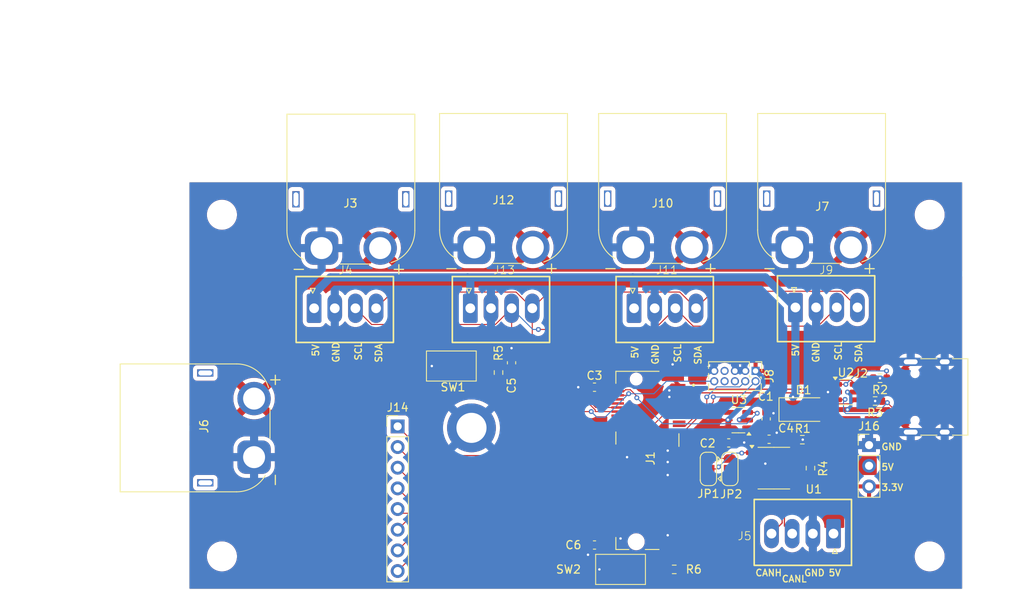
<source format=kicad_pcb>
(kicad_pcb (version 20240108) (generator "pcbnew") (generator_version "8.0")
  (title_block (rev "1"))
  (layers (0 "F.Cu" signal "Front") (31 "B.Cu" signal "Back") (34 "B.Paste" user) (35 "F.Paste" user) (36 "B.SilkS" user "B.Silkscreen") (37 "F.SilkS" user "F.Silkscreen") (38 "B.Mask" user) (39 "F.Mask" user) (44 "Edge.Cuts" user))
  (net 0 "")
  (net 1 "GND")
  (net 2 "+3.3V")
  (net 3 "/Connectors/VUSB")
  (net 7 "/Logic/CAN_RX")
  (net 8 "/Logic/~{BOOT}")
  (net 13 "/Logic/I2C.SCL")
  (net 15 "/Logic/SWCLK")
  (net 22 "/Logic/SWDIO")
  (net 26 "/Logic/EN")
  (net 40 "/Logic/I2C1.SDA")
  (net 44 "/Logic/~{RESET}")
  (net 47 "/Logic/CAN_TX")
  (net 48 "/Logic/I2C1.SCL")
  (net 49 "/Logic/I2C.SDA")
  (net 53 "/Connectors/USB0.D-")
  (net 55 "/Connectors/USB0.D+")
  (net 56 "/Connectors/CC2")
  (net 57 "/Connectors/CC1")
  (net 61 "/Logic/CAN_T")
  (net 62 "/Logic/CAN_R")
  (net 63 "Net-(U1-Rs)")
  (net 65 "+5V")
  (net 66 "+BATT")
  (net 68 "/Connectors/A0")
  (net 69 "/Connectors/SPI1.DATA2")
  (net 70 "/Connectors/A1")
  (net 71 "/Connectors/SPI1.SCK")
  (net 72 "/Connectors/SPI1.DATA3")
  (net 73 "/Connectors/SPI1.COPI")
  (net 74 "/Connectors/SPI1.DATA1")
  (net 75 "/Connectors/SPI1.CIPO")
  (net 76 "/Connectors/CAN.P")
  (net 77 "/Connectors/CAN.N")
  (footprint "SJSU_common:Pluggable_Terminal_2.54mm_4P_Vertical" (layer "F.Cu") (at 200.45 75.65)
    (property "Reference" "J11")
    (property "Value" "MOTOR_I2C")
  )
  (footprint "Capacitor_SMD:C_0603_1608Metric_Pad1.08x0.95mm_HandSolder" (layer "F.Cu") (at 181.6 86.2 90)
    (property "Reference" "C5")
    (property "Value" "2.2pF")
  )
  (footprint "Diode_SMD:Vishay_SMPA" (layer "F.Cu") (at 217.5 91.95)
    (property "Reference" "D1")
    (property "Value" "D")
  )
  (footprint "Button_Switch_SMD:SW_SPST_CK_RS282G05A3" (layer "F.Cu") (at 195 111.6)
    (property "Reference" "SW2")
    (property "Value" "SW_Push")
  )
  (footprint "MountingHole:MountingHole_3.2mm_M3" (layer "F.Cu") (at 146 110)
    (property "Reference" "H2" (hide yes))
    (property "Value" "MountingHole")
  )
  (footprint "Capacitor_SMD:C_0603_1608Metric_Pad1.08x0.95mm_HandSolder" (layer "F.Cu") (at 191.8 89.2)
    (property "Reference" "C3")
    (property "Value" "2.2pF")
  )
  (footprint "SJSU_common:Pluggable_Terminal_2.54mm_4P_Vertical" (layer "F.Cu") (at 220.29 75.55)
    (property "Reference" "J9")
    (property "Value" "MOTOR_I2C")
  )
  (footprint "Resistor_SMD:R_0603_1608Metric" (layer "F.Cu") (at 226.9 88.1 180)
    (property "Reference" "R2")
    (property "Value" "5.1k")
  )
  (footprint "Connector_AMASS:AMASS_XT60PW-M_1x02_P7.20mm_Horizontal" (layer "F.Cu") (at 158.25 72.1)
    (property "Reference" "J3")
    (property "Value" "MOTOR_POWER")
  )
  (footprint "Jumper:SolderJumper-3_P1.3mm_Open_RoundedPad1.0x1.5mm" (layer "F.Cu") (at 205.8 99.25 90)
    (property "Reference" "JP1")
    (property "Value" "SolderJumper_3_Open")
  )
  (footprint "SJSU_common:micromod" (layer "F.Cu") (at 188.675 98.2 90)
    (property "Reference" "J1")
    (property "Value" "MicroMod" (hide yes))
  )
  (footprint "SJSU_common:Pluggable_Terminal_2.54mm_4P_Vertical" (layer "F.Cu") (at 217.39 111.05 180)
    (property "Reference" "J5")
    (property "Value" "CAN")
  )
  (footprint "Package_TO_SOT_SMD:SOT-23-6" (layer "F.Cu") (at 222.7 89.8)
    (property "Reference" "U2")
    (property "Value" "DT1446-04TS-7")
  )
  (footprint "Capacitor_SMD:C_0603_1608Metric_Pad1.08x0.95mm_HandSolder" (layer "F.Cu") (at 208.3 96.05)
    (property "Reference" "C2")
    (property "Value" "2.2pF")
  )
  (footprint "Capacitor_SMD:C_0603_1608Metric_Pad1.08x0.95mm_HandSolder" (layer "F.Cu") (at 213.2625 95.6 180)
    (property "Reference" "C4")
    (property "Value" "2.2pF")
  )
  (footprint "Resistor_SMD:R_0603_1608Metric" (layer "F.Cu") (at 218.35 99.15 -90)
    (property "Reference" "R4")
    (property "Value" "120Ω")
  )
  (footprint "Connector_AMASS:AMASS_XT60PW-M_1x02_P7.20mm_Horizontal" (layer "F.Cu") (at 216.115 72.015)
    (property "Reference" "J7")
    (property "Value" "MOTOR_POWER")
  )
  (footprint "Jumper:SolderJumper-3_P1.3mm_Open_RoundedPad1.0x1.5mm" (layer "F.Cu") (at 208.4425 99.25 -90)
    (property "Reference" "JP2")
    (property "Value" "SolderJumper_3_Open")
  )
  (footprint "Resistor_SMD:R_0603_1608Metric" (layer "F.Cu") (at 217.35 95.65)
    (property "Reference" "R1")
    (property "Value" "TBD")
  )
  (footprint "Connector_AMASS:AMASS_XT60PW-M_1x02_P7.20mm_Horizontal" (layer "F.Cu") (at 177.015 72.015)
    (property "Reference" "J12")
    (property "Value" "MOTOR_POWER")
  )
  (footprint "Connector_PinHeader_2.54mm:PinHeader_1x03_P2.54mm_Vertical" (layer "F.Cu") (at 225.55 96.32)
    (property "Reference" "J16")
    (property "Value" "Conn_01x03")
  )
  (footprint "Connector_USB:USB_C_Receptacle_HRO_TYPE-C-31-M-12" (layer "F.Cu") (at 233.8 90.4 90)
    (property "Reference" "J2")
    (property "Value" "PROG")
  )
  (footprint "Resistor_SMD:R_0603_1608Metric" (layer "F.Cu") (at 180 87.4 90)
    (property "Reference" "R5")
    (property "Value" "10k")
  )
  (footprint "Package_TO_SOT_SMD:SOT-23-5" (layer "F.Cu") (at 209.4875 93.25 180)
    (property "Reference" "U3")
    (property "Value" "MIC5504-3.3YM5")
  )
  (footprint "MountingHole:MountingHole_3.2mm_M3" (layer "F.Cu") (at 233 68)
    (property "Reference" "H3" (hide yes))
    (property "Value" "MountingHole")
  )
  (footprint "SJSU_common:Pluggable_Terminal_2.54mm_4P_Vertical" (layer "F.Cu") (at 161.12 75.65)
    (property "Reference" "J4")
    (property "Value" "MOTOR_I2C")
  )
  (footprint "SJSU_common:Pluggable_Terminal_2.54mm_4P_Vertical" (layer "F.Cu") (at 180.32 75.65)
    (property "Reference" "J13")
    (property "Value" "MOTOR_I2C")
  )
  (footprint "Package_SO:SOIC-8_3.9x4.9mm_P1.27mm" (layer "F.Cu") (at 213.85 99.15)
    (property "Reference" "U1")
    (property "Value" "SN65HVD230")
  )
  (footprint "Connector_PinHeader_1.27mm:PinHeader_2x05_P1.27mm_Vertical" (layer "F.Cu") (at 211.6 87.2 -90)
    (property "Reference" "J8")
    (property "Value" "JTAG")
  )
  (footprint "Button_Switch_SMD:SW_SPST_CK_RS282G05A3" (layer "F.Cu") (at 174.2 86.6)
    (property "Reference" "SW1")
    (property "Value" "SW_Push")
  )
  (footprint "Connector_PinHeader_2.54mm:PinHeader_1x08_P2.54mm_Vertical" (layer "F.Cu") (at 167.6 94.02)
    (property "Reference" "J14")
    (property "Value" "Conn_01x08")
  )
  (footprint "Resistor_SMD:R_0603_1608Metric" (layer "F.Cu") (at 201.6 111.6 180)
    (property "Reference" "R6")
    (property "Value" "10k")
  )
  (footprint "MountingHole:MountingHole_3.2mm_M3" (layer "F.Cu") (at 233 110)
    (property "Reference" "H4" (hide yes))
    (property "Value" "MountingHole")
  )
  (footprint "Connector_AMASS:AMASS_XT60PW-M_1x02_P7.20mm_Horizontal" (layer "F.Cu") (at 196.565 72.015)
    (property "Reference" "J10")
    (property "Value" "MOTOR_POWER")
  )
  (footprint "Capacitor_SMD:C_0603_1608Metric_Pad1.08x0.95mm_HandSolder" (layer "F.Cu") (at 191.8 108.6 180)
    (property "Reference" "C6")
    (property "Value" "2.2pF")
  )
  (footprint "Connector_AMASS:AMASS_XT60PW-M_1x02_P7.20mm_Horizontal" (layer "F.Cu") (at 149.95 97.8 90)
    (property "Reference" "J6")
    (property "Value" "POWER_IN")
  )
  (footprint "Capacitor_SMD:C_0603_1608Metric_Pad1.08x0.95mm_HandSolder" (layer "F.Cu") (at 212.9 93.1 90)
    (property "Reference" "C1")
    (property "Value" "2.2pF")
  )
  (footprint "Resistor_SMD:R_0603_1608Metric" (layer "F.Cu") (at 226.3 90.9 180)
    (property "Reference" "R3")
    (property "Value" "5.1k")
  )
  (footprint "MountingHole:MountingHole_3.2mm_M3" (layer "F.Cu") (at 146 68)
    (property "Reference" "H1" (hide yes))
    (property "Value" "MountingHole")
  )
  (gr_rect (start 142 64) (end 237 114) (stroke (width 0.0381)) (fill none) (layer "Edge.Cuts"))
  (gr_text "GND" (at 227 97 0) (layer "F.SilkS") (effects (font (size 0.8128 0.8128) (thickness 0.1524) (bold yes)) (justify left bottom)))
  (gr_text "5V\n" (at 227 99.5 0) (layer "F.SilkS") (effects (font (size 0.8128 0.8128) (thickness 0.1524) (bold yes)) (justify left bottom)))
  (gr_text "GND" (at 199.75 86.5 90) (layer "F.SilkS") (effects (font (size 0.8128 0.8128) (thickness 0.1524) (bold yes)) (justify left bottom)))
  (gr_text "5V\n" (at 217 85.5 90) (layer "F.SilkS") (effects (font (size 0.8128 0.8128) (thickness 0.1524) (bold yes)) (justify left bottom)))
  (gr_text "SCL" (at 163.25 86 90) (layer "F.SilkS") (effects (font (size 0.8128 0.8128) (thickness 0.1524) (bold yes)) (justify left bottom)))
  (gr_text "SDA" (at 205 86.5 90) (layer "F.SilkS") (effects (font (size 0.8128 0.8128) (thickness 0.1524) (bold yes)) (justify left bottom)))
  (gr_text "SDA" (at 224.75 86.25 90) (layer "F.SilkS") (effects (font (size 0.8128 0.8128) (thickness 0.1524) (bold yes)) (justify left bottom)))
  (gr_text "5V\n" (at 158 85.5 90) (layer "F.SilkS") (effects (font (size 0.8128 0.8128) (thickness 0.1524) (bold yes)) (justify left bottom)))
  (gr_text "3.3V" (at 227 102 0) (layer "F.SilkS") (effects (font (size 0.8128 0.8128) (thickness 0.1524) (bold yes)) (justify left bottom)))
  (gr_text "5V" (at 220.5 112.5 0) (layer "F.SilkS") (effects (font (size 0.8128 0.8128) (thickness 0.1524) (bold yes)) (justify left bottom)))
  (gr_text "SCL" (at 222.25 86 90) (layer "F.SilkS") (effects (font (size 0.8128 0.8128) (thickness 0.1524) (bold yes)) (justify left bottom)))
  (gr_text "GND" (at 217.5 112.5 0) (layer "F.SilkS") (effects (font (size 0.8128 0.8128) (thickness 0.1524) (bold yes)) (justify left bottom)))
  (gr_text "GND" (at 160.5 86.25 90) (layer "F.SilkS") (effects (font (size 0.8128 0.8128) (thickness 0.1524) (bold yes)) (justify left bottom)))
  (gr_text "SDA" (at 165.75 86.25 90) (layer "F.SilkS") (effects (font (size 0.8128 0.8128) (thickness 0.1524) (bold yes)) (justify left bottom)))
  (gr_text "GND" (at 219.5 86.25 90) (layer "F.SilkS") (effects (font (size 0.8128 0.8128) (thickness 0.1524) (bold yes)) (justify left bottom)))
  (gr_text "CANH" (at 211.5 112.5 0) (layer "F.SilkS") (effects (font (size 0.8128 0.8128) (thickness 0.1524) (bold yes)) (justify left bottom)))
  (gr_text "CANL" (at 214.75 113.25 0) (layer "F.SilkS") (effects (font (size 0.8128 0.8128) (thickness 0.1524) (bold yes)) (justify left bottom)))
  (gr_text "5V\n" (at 197.25 85.75 90) (layer "F.SilkS") (effects (font (size 0.8128 0.8128) (thickness 0.1524) (bold yes)) (justify left bottom)))
  (gr_text "SCL" (at 202.5 86.25 90) (layer "F.SilkS") (effects (font (size 0.8128 0.8128) (thickness 0.1524) (bold yes)) (justify left bottom)))
  (segment (start 200.85 99.95) (end 200.8 100) (width 0.4) (layer "F.Cu") (net 1))
  (segment (start 202.2 107.775) (end 202.2 107.527) (width 0.6) (layer "F.Cu") (net 1))
  (segment (start 200.85 98.45) (end 200.8 98.4) (width 0.4) (layer "F.Cu") (net 1))
  (segment (start 201.4 86.4) (end 201.4 87.825) (width 0.4) (layer "F.Cu") (net 1))
  (segment (start 218.02 95.55) (end 218.325 95.55) (width 0.127) (layer "F.Cu") (net 1))
  (segment (start 214.125 94.875) (end 214.2 94.8) (width 0.6) (layer "F.Cu") (net 1))
  (segment (start 200.85 96.95) (end 200.8 97) (width 0.4) (layer "F.Cu") (net 1))
  (segment (start 229.755 86.995) (end 230.67 86.08) (width 0.6) (layer "F.Cu") (net 1))
  (segment (start 229.755 93.65) (end 229.755 93.805) (width 0.6) (layer "F.Cu") (net 1))
  (segment (start 202.2 90.45) (end 201.05 90.45) (width 0.4) (layer "F.Cu") (net 1))
  (segment (start 212.715 98.515) (end 212.8 98.6) (width 0.6) (layer "F.Cu") (net 1))
  (segment (start 226.075 88.1) (end 226.898 88.1) (width 0.127) (layer "F.Cu") (net 1))
  (segment (start 213.6375 92.2375) (end 213.8 92.4) (width 0.6) (layer "F.Cu") (net 1))
  (segment (start 181.6 85.3375) (end 181.6 84.4) (width 0.127) (layer "F.Cu") (net 1))
  (segment (start 212.9 92.2375) (end 213.6375 92.2375) (width 0.6) (layer "F.Cu") (net 1))
  (segment (start 201.425 87.85) (end 201.425 88.175) (width 0.4) (layer "F.Cu") (net 1))
  (segment (start 225.475 90.9) (end 226.298 90.9) (width 0.127) (layer "F.Cu") (net 1))
  (segment (start 201.4 87.825) (end 201.425 87.85) (width 0.4) (layer "F.Cu") (net 1))
  (segment (start 201.425 108.55) (end 201.425 108.025) (width 0.6) (layer "F.Cu") (net 1))
  (segment (start 191.1 111.6) (end 192.4 111.6) (width 0.127) (layer "F.Cu") (net 1))
  (segment (start 209.65 93.25) (end 209.6 93.2) (width 0.6) (layer "F.Cu") (net 1))
  (segment (start 194.65 97.7) (end 195.7 97.7) (width 0.4) (layer "F.Cu") (net 1))
  (segment (start 210.625 93.25) (end 209.65 93.25) (width 0.6) (layer "F.Cu") (net 1))
  (segment (start 200.998485 89.276623) (end 200.998485 89.600065) (width 0.4) (layer "F.Cu") (net 1))
  (segment (start 214.125 95.6) (end 214.125 94.875) (width 0.6) (layer "F.Cu") (net 1))
  (segment (start 201.425 108.025) (end 200.8 107.4) (width 0.6) (layer "F.Cu") (net 1))
  (segment (start 170.3 86.6) (end 171.8 86.6) (width 0.127) (layer "F.Cu") (net 1))
  (segment (start 229.755 87.15) (end 229.755 86.995) (width 0.6) (layer "F.Cu") (net 1))
  (segment (start 229.755 93.805) (end 230.67 94.72) (width 0.6) (layer "F.Cu") (net 1))
  (segment (start 190.9375 108.6) (end 190.9375 109.7375) (width 0.127) (layer "F.Cu") (net 1))
  (segment (start 190.9375 109.7375) (end 191 109.8) (width 0.127) (layer "F.Cu") (net 1))
  (segment (start 202.2 88.95) (end 201.325108 88.95) (width 0.4) (layer "F.Cu") (net 1))
  (segment (start 190.9375 89.2) (end 189.8 89.2) (width 1) (layer "F.Cu") (net 1))
  (segment (start 201.05 90.45) (end 201 90.4) (width 0.4) (layer "F.Cu") (net 1))
  (segment (start 201.425 88.175) (end 202.2 88.95) (width 0.4) (layer "F.Cu") (net 1))
  (segment (start 202.2 99.95) (end 200.85 99.95) (width 0.4) (layer "F.Cu") (net 1))
  (segment (start 209.1625 96.05) (end 210.15 96.05) (width 0.6) (layer "F.Cu") (net 1))
  (segment (start 195.7 97.7) (end 195.8 97.8) (width 0.4) (layer "F.Cu") (net 1))
  (segment (start 202.2 96.95) (end 200.85 96.95) (width 0.4) (layer "F.Cu") (net 1))
  (segment (start 218.175 95.65) (end 217.4 95.65) (width 0.6) (layer "F.Cu") (net 1))
  (segment (start 202.2 98.45) (end 200.85 98.45) (width 0.4) (layer "F.Cu") (net 1))
  (segment (start 201.325108 88.95) (end 200.998485 89.276623) (width 0.4) (layer "F.Cu") (net 1))
  (segment (start 194.65 107.2) (end 194.65 107.45) (width 0.4) (layer "F.Cu") (net 1))
  (segment (start 194.65 107.45) (end 195 107.8) (width 0.4) (layer "F.Cu") (net 1))
  (segment (start 221.5625 89.8) (end 220.5 89.8) (width 0.4) (layer "F.Cu") (net 1))
  (segment (start 211.375 98.515) (end 212.715 98.515) (width 0.6) (layer "F.Cu") (net 1))
  (segment (start 201.425 108.55) (end 202.2 107.775) (width 0.6) (layer "F.Cu") (net 1))
  (segment (start 210.15 96.05) (end 210.2 96) (width 0.6) (layer "F.Cu") (net 1))
  (via (at 220.5 89.8) (size 0.6) (drill 0.3) (layers "F.Cu" "B.Cu") (net 1))
  (via (at 209.6 93.2) (size 0.6) (drill 0.3) (layers "F.Cu" "B.Cu") (net 1))
  (via (at 213.8 92.4) (size 0.6) (drill 0.3) (layers "F.Cu" "B.Cu") (net 1))
  (via (at 195.8 97.8) (size 0.6) (drill 0.3) (layers "F.Cu" "B.Cu") (net 1))
  (via (at 171.8 86.6) (size 0.6) (drill 0.3) (layers "F.Cu" "B.Cu") (net 1))
  (via (at 200.8 100) (size 0.6) (drill 0.3) (layers "F.Cu" "B.Cu") (net 1))
  (via (at 181.6 84.4) (size 0.6) (drill 0.3) (layers "F.Cu" "B.Cu") (net 1))
  (via (at 191 109.8) (size 0.6) (drill 0.3) (layers "F.Cu" "B.Cu") (net 1))
  (via (at 189.8 89.2) (size 0.6) (drill 0.3) (layers "F.Cu" "B.Cu") (net 1))
  (via (at 201.4 86.4) (size 0.6) (drill 0.3) (layers "F.Cu" "B.Cu") (net 1))
  (via (at 210.2 96) (size 0.6) (drill 0.3) (layers "F.Cu" "B.Cu") (net 1))
  (via (at 226.898 88.1) (size 0.6) (drill 0.3) (layers "F.Cu" "B.Cu") (net 1))
  (via (at 226.298 90.9) (size 0.6) (drill 0.3) (layers "F.Cu" "B.Cu") (net 1))
  (via (at 200.8 107.4) (size 0.6) (drill 0.3) (layers "F.Cu" "B.Cu") (net 1))
  (via (at 200.8 97) (size 0.6) (drill 0.3) (layers "F.Cu" "B.Cu") (net 1))
  (via (at 192.4 111.6) (size 0.6) (drill 0.3) (layers "F.Cu" "B.Cu") (net 1))
  (via (at 200.998485 89.600065) (size 0.6) (drill 0.3) (layers "F.Cu" "B.Cu") (net 1))
  (via (at 214.2 94.8) (size 0.6) (drill 0.3) (layers "F.Cu" "B.Cu") (net 1))
  (via (at 195 107.8) (size 0.6) (drill 0.3) (layers "F.Cu" "B.Cu") (net 1))
  (via (at 217.4 95.65) (size 0.6) (drill 0.3) (layers "F.Cu" "B.Cu") (net 1))
  (via (at 201 90.4) (size 0.6) (drill 0.3) (layers "F.Cu" "B.Cu") (net 1))
  (via (at 212.8 98.6) (size 0.6) (drill 0.3) (layers "F.Cu" "B.Cu") (net 1))
  (via (at 200.8 98.4) (size 0.6) (drill 0.3) (layers "F.Cu" "B.Cu") (net 1))
  (segment (start 208.35 94.2) (end 208.35 95.1375) (width 0.6) (layer "F.Cu") (net 2))
  (segment (start 208.35 95.1375) (end 207.4375 96.05) (width 0.6) (layer "F.Cu") (net 2))
  (segment (start 208.35 94.2) (end 209.012499 94.2) (width 0.6) (layer "F.Cu") (net 2))
  (segment (start 211.375 99.785) (end 212.643134 99.785) (width 0.6) (layer "F.Cu") (net 2))
  (segment (start 208.2 93.2) (end 208.2 94.05) (width 0.6) (layer "F.Cu") (net 2))
  (segment (start 208.2 94.05) (end 208.35 94.2) (width 0.6) (layer "F.Cu") (net 2))
  (segment (start 213.527 98.901134) (end 213.527 96.727) (width 0.6) (layer "F.Cu") (net 2))
  (segment (start 213.527 96.727) (end 212.4 95.6) (width 0.6) (layer "F.Cu") (net 2))
  (segment (start 212.073 95.273) (end 212.4 95.6) (width 0.6) (layer "F.Cu") (net 2))
  (segment (start 210.085499 95.273) (end 212.073 95.273) (width 0.6) (layer "F.Cu") (net 2))
  (segment (start 194.65 89.2) (end 192.6625 89.2) (width 0.4) (layer "F.Cu") (net 2))
  (segment (start 209.012499 94.2) (end 210.085499 95.273) (width 0.6) (layer "F.Cu") (net 2))
  (segment (start 212.643134 99.785) (end 213.527 98.901134) (width 0.6) (layer "F.Cu") (net 2))
  (via (at 208.2 93.2) (size 0.6) (drill 0.3) (layers "F.Cu" "B.Cu") (net 2))
  (segment (start 212.527 88.086024) (end 211.640976 87.2) (width 0.6) (layer "B.Cu") (net 2))
  (segment (start 211.640976 87.2) (end 211.6 87.2) (width 0.6) (layer "B.Cu") (net 2))
  (segment (start 212.527 88.873) (end 212.527 88.086024) (width 0.6) (layer "B.Cu") (net 2))
  (segment (start 208.2 93.2) (end 212.527 88.873) (width 0.6) (layer "B.Cu") (net 2))
  (segment (start 232.631016 92.968984) (end 232.177032 92.515) (width 0.4) (layer "F.Cu") (net 3))
  (segment (start 230.543984 92.85) (end 229.755 92.85) (width 0.4) (layer "F.Cu") (net 3))
  (segment (start 232.997712 88.585665) (end 233.4 88.987953) (width 0.4) (layer "F.Cu") (net 3))
  (segment (start 232.177032 92.515) (end 230.878984 92.515) (width 0.4) (layer "F.Cu") (net 3))
  (segment (start 233.4 88.987953) (end 233.4 92.2) (width 0.4) (layer "F.Cu") (net 3))
  (segment (start 231.179649 88.585665) (end 232.997712 88.585665) (width 0.4) (layer "F.Cu") (net 3))
  (segment (start 229.755 87.95) (end 230.543984 87.95) (width 0.4) (layer "F.Cu") (net 3))
  (segment (start 222.9 91.95) (end 219.51 91.95) (width 0.6) (layer "F.Cu") (net 3))
  (segment (start 227.95 91.95) (end 222.9 91.95) (width 0.6) (layer "F.Cu") (net 3))
  (segment (start 233.4 92.2) (end 232.631016 92.968984) (width 0.4) (layer "F.Cu") (net 3))
  (segment (start 223.8375 89.8) (end 222.9 89.8) (width 0.4) (layer "F.Cu") (net 3))
  (segment (start 229.755 92.85) (end 228.85 92.85) (width 0.6) (layer "F.Cu") (net 3))
  (segment (start 230.543984 87.95) (end 231.179649 88.585665) (width 0.4) (layer "F.Cu") (net 3))
  (segment (start 230.878984 92.515) (end 230.543984 92.85) (width 0.4) (layer "F.Cu") (net 3))
  (segment (start 228.85 92.85) (end 227.95 91.95) (width 0.6) (layer "F.Cu") (net 3))
  (via (at 222.9 89.8) (size 0.6) (drill 0.3) (layers "F.Cu" "B.Cu") (net 3))
  (via (at 222.9 91.95) (size 0.6) (drill 0.3) (layers "F.Cu" "B.Cu") (net 3))
  (segment (start 223.3 90.2) (end 223.3 91.55) (width 0.4) (layer "B.Cu") (net 3))
  (segment (start 222.9 89.8) (end 223.3 90.2) (width 0.4) (layer "B.Cu") (net 3))
  (segment (start 223.3 91.55) (end 222.9 91.95) (width 0.4) (layer "B.Cu") (net 3))
  (segment (start 205.469 97.95) (end 208.4425 97.95) (width 0.127) (layer "F.Cu") (net 7))
  (segment (start 204.469 98.95) (end 205.469 97.95) (width 0.127) (layer "F.Cu") (net 7))
  (segment (start 202.2 98.95) (end 204.469 98.95) (width 0.127) (layer "F.Cu") (net 7))
  (segment (start 198.9 93.975001) (end 201.425001 91.45) (width 0.127) (layer "F.Cu") (net 8))
  (segment (start 198.9 111.6) (end 198.9 93.975001) (width 0.127) (layer "F.Cu") (net 8))
  (segment (start 195.6625 111.6) (end 198.9 111.6) (width 0.127) (layer "F.Cu") (net 8))
  (segment (start 192.6625 108.6) (end 195.6625 111.6) (width 0.127) (layer "F.Cu") (net 8))
  (segment (start 198.9 111.6) (end 200.775 111.6) (width 0.127) (layer "F.Cu") (net 8))
  (segment (start 201.425001 91.45) (end 202.2 91.45) (width 0.127) (layer "F.Cu") (net 8))
  (segment (start 191.8905 91.996828) (end 191.007658 91.113986) (width 0.127) (layer "F.Cu") (net 13))
  (segment (start 194.65 92.2) (end 191.8905 92.2) (width 0.127) (layer "F.Cu") (net 13))
  (segment (start 181.61 83.898257) (end 181.61 79.5) (width 0.127) (layer "F.Cu") (net 13))
  (segment (start 188.825729 91.113986) (end 182.0905 84.378757) (width 0.127) (layer "F.Cu") (net 13))
  (segment (start 191.007658 91.113986) (end 188.825729 91.113986) (width 0.127) (layer "F.Cu") (net 13))
  (segment (start 182.0905 84.378757) (end 182.0905 84.196828) (width 0.127) (layer "F.Cu") (net 13))
  (segment (start 181.61 79.5) (end 179.6195 81.4905) (width 0.127) (layer "F.Cu") (net 13))
  (segment (start 184.9 82.1) (end 199.14 82.1) (width 0.127) (layer "F.Cu") (net 13))
  (segment (start 182.0905 84.196828) (end 181.803172 83.9095) (width 0.127) (layer "F.Cu") (net 13))
  (segment (start 203.94 81.7) (end 219.28 81.7) (width 0.127) (layer "F.Cu") (net 13))
  (segment (start 199.14 82.1) (end 201.74 79.5) (width 0.127) (layer "F.Cu") (net 13))
  (segment (start 219.28 81.7) (end 221.58 79.4) (width 0.127) (layer "F.Cu") (net 13))
  (segment (start 181.621243 83.9095) (end 181.61 83.898257) (width 0.127) (layer "F.Cu") (net 13))
  (segment (start 201.74 79.5) (end 203.94 81.7) (width 0.127) (layer "F.Cu") (net 13))
  (segment (start 181.803172 83.9095) (end 181.621243 83.9095) (width 0.127) (layer "F.Cu") (net 13))
  (segment (start 179.6195 81.4905) (end 164.4005 81.4905) (width 0.127) (layer "F.Cu") (net 13))
  (segment (start 191.8905 92.2) (end 191.8905 91.996828) (width 0.127) (layer "F.Cu") (net 13))
  (segment (start 164.4005 81.4905) (end 162.41 79.5) (width 0.127) (layer "F.Cu") (net 13))
  (via (at 184.9 82.1) (size 0.6) (drill 0.3) (layers "F.Cu" "B.Cu") (net 13))
  (segment (start 181.61 79.5) (end 184.21 82.1) (width 0.127) (layer "B.Cu") (net 13))
  (segment (start 184.21 82.1) (end 184.9 82.1) (width 0.127) (layer "B.Cu") (net 13))
  (segment (start 202.974999 93.95) (end 202.2 93.95) (width 0.127) (layer "F.Cu") (net 15))
  (segment (start 205.6 90.4) (end 205.6 91.324999) (width 0.127) (layer "F.Cu") (net 15))
  (segment (start 205.6 91.324999) (end 202.974999 93.95) (width 0.127) (layer "F.Cu") (net 15))
  (via (at 205.6 90.4) (size 0.6) (drill 0.3) (layers "F.Cu" "B.Cu") (net 15))
  (segment (start 209.6395 89.1605) (end 210.33 88.47) (width 0.127) (layer "B.Cu") (net 15))
  (segment (start 206.8395 89.1605) (end 209.6395 89.1605) (width 0.127) (layer "B.Cu") (net 15))
  (segment (start 205.6 90.4) (end 206.8395 89.1605) (width 0.127) (layer "B.Cu") (net 15))
  (segment (start 202.974999 94.45) (end 206.4 91.024999) (width 0.127) (layer "F.Cu") (net 22))
  (segment (start 206.4 91.024999) (end 206.4 90.4) (width 0.127) (layer "F.Cu") (net 22))
  (segment (start 202.2 94.45) (end 202.974999 94.45) (width 0.127) (layer "F.Cu") (net 22))
  (via (at 206.4 90.4) (size 0.6) (drill 0.3) (layers "F.Cu" "B.Cu") (net 22))
  (segment (start 211.6 88.47) (end 209.67 90.4) (width 0.127) (layer "B.Cu") (net 22))
  (segment (start 209.67 90.4) (end 206.4 90.4) (width 0.127) (layer "B.Cu") (net 22))
  (segment (start 197 90.306328) (end 196.203172 89.5095) (width 0.127) (layer "F.Cu") (net 26))
  (segment (start 197 90.5) (end 197 90.306328) (width 0.127) (layer "F.Cu") (net 26))
  (segment (start 211.8 92.4) (end 211.7 92.3) (width 0.127) (layer "F.Cu") (net 26))
  (segment (start 196.203172 89.5095) (end 195.615499 89.5095) (width 0.127) (layer "F.Cu") (net 26))
  (segment (start 211.7 92.3) (end 210.98421 92.3) (width 0.127) (layer "F.Cu") (net 26))
  (segment (start 195.615499 89.5095) (end 195.424999 89.7) (width 0.127) (layer "F.Cu") (net 26))
  (segment (start 195.424999 89.7) (end 194.65 89.7) (width 0.127) (layer "F.Cu") (net 26))
  (segment (start 210.98421 92.3) (end 210.804605 92.120395) (width 0.127) (layer "F.Cu") (net 26))
  (via (at 211.8 92.4) (size 0.6) (drill 0.3) (layers "F.Cu" "B.Cu") (net 26))
  (via (at 197 90.5) (size 0.6) (drill 0.3) (layers "F.Cu" "B.Cu") (net 26))
  (segment (start 197 90.5) (end 200.1905 93.6905) (width 0.127) (layer "B.Cu") (net 26))
  (segment (start 210.5095 93.6905) (end 211.8 92.4) (width 0.127) (layer "B.Cu") (net 26))
  (segment (start 200.1905 93.6905) (end 210.5095 93.6905) (width 0.127) (layer "B.Cu") (net 26))
  (segment (start 178.1 86.6) (end 181.1375 86.6) (width 0.127) (layer "F.Cu") (net 44))
  (segment (start 195.8 90.2) (end 196 90) (width 0.127) (layer "F.Cu") (net 44))
  (segment (start 194.65 90.2) (end 195.8 90.2) (width 0.127) (layer "F.Cu") (net 44))
  (segment (start 186.7375 92.2) (end 181.6 87.0625) (width 0.127) (layer "F.Cu") (net 44))
  (segment (start 191.4 92.2) (end 186.7375 92.2) (width 0.127) (layer "F.Cu") (net 44))
  (segment (start 181.1375 86.6) (end 181.6 87.0625) (width 0.127) (layer "F.Cu") (net 44))
  (via (at 191.4 92.2) (size 0.6) (drill 0.3) (layers "F.Cu" "B.Cu") (net 44))
  (via (at 196 90) (size 0.6) (drill 0.3) (layers "F.Cu" "B.Cu") (net 44))
  (segment (start 193.1095 92.8905) (end 196 90) (width 0.127) (layer "B.Cu") (net 44))
  (segment (start 200.636328 88.47) (end 199.106328 90) (width 0.127) (layer "B.Cu") (net 44))
  (segment (start 192.0905 92.8905) (end 193.1095 92.8905) (width 0.127) (layer "B.Cu") (net 44))
  (segment (start 191.4 92.2) (end 192.0905 92.8905) (width 0.127) (layer "B.Cu") (net 44))
  (segment (start 196 90) (end 199.106328 90) (width 0.127) (layer "B.Cu") (net 44))
  (segment (start 206.52 88.47) (end 200.636328 88.47) (width 0.127) (layer "B.Cu") (net 44))
  (segment (start 202.2 99.45) (end 203.373852 99.45) (width 0.127) (layer "F.Cu") (net 47))
  (segment (start 204.473852 100.55) (end 208.4425 100.55) (width 0.127) (layer "F.Cu") (net 47))
  (segment (start 203.373852 99.45) (end 204.473852 100.55) (width 0.127) (layer "F.Cu") (net 47))
  (segment (start 204.28 79.5) (end 206.3705 77.4095) (width 0.127) (layer "F.Cu") (net 49))
  (segment (start 206.3705 77.4095) (end 222.1295 77.4095) (width 0.127) (layer "F.Cu") (net 49))
  (segment (start 189.4905 89.8905) (end 184.15 84.55) (width 0.127) (layer "F.Cu") (net 49))
  (segment (start 184.15 84.55) (end 184.15 79.5) (width 0.127) (layer "F.Cu") (net 49))
  (segment (start 184.15 79.5) (end 186.1405 77.5095) (width 0.127) (layer "F.Cu") (net 49))
  (segment (start 182.1595 77.5095) (end 184.15 79.5) (width 0.127) (layer "F.Cu") (net 49))
  (segment (start 164.95 79.5) (end 166.9405 77.5095) (width 0.127) (layer "F.Cu") (net 49))
  (segment (start 190.143382 89.8905) (end 189.4905 89.8905) (width 0.127) (layer "F.Cu") (net 49))
  (segment (start 222.1295 77.4095) (end 224.12 79.4) (width 0.127) (layer "F.Cu") (net 49))
  (segment (start 166.9405 77.5095) (end 182.1595 77.5095) (width 0.127) (layer "F.Cu") (net 49))
  (segment (start 202.2895 77.5095) (end 204.28 79.5) (width 0.127) (layer "F.Cu") (net 49))
  (segment (start 191.952882 91.7) (end 190.143382 89.8905) (width 0.127) (layer "F.Cu") (net 49))
  (segment (start 186.1405 77.5095) (end 202.2895 77.5095) (width 0.127) (layer "F.Cu") (net 49))
  (segment (start 194.65 91.7) (end 191.952882 91.7) (width 0.127) (layer "F.Cu") (net 49))
  (segment (start 228.8268 91.0992) (end 228.8776 91.15) (width 0.1524) (layer "F.Cu") (net 53))
  (segment (start 223.8375 90.75) (end 223.3343 91.2532) (width 0.1524) (layer "F.Cu") (net 53))
  (segment (start 229.755 90.15) (end 224.653656 90.15) (width 0.1524) (layer "F.Cu") (net 53))
  (segment (start 224.053656 90.75) (end 223.8375 90.75) (width 0.1524) (layer "F.Cu") (net 53))
  (segment (start 224.653656 90.15) (end 224.053656 90.75) (width 0.1524) (layer "F.Cu") (net 53))
  (segment (start 228.8776 91.15) (end 229.755 91.15) (width 0.1524) (layer "F.Cu") (net 53))
  (segment (start 228.8268 90.2008) (end 228.8268 91.0992) (width 0.1524) (layer "F.Cu") (net 53))
  (segment (start 228.8776 90.15) (end 228.8268 90.2008) (width 0.1524) (layer "F.Cu") (net 53))
  (segment (start 223.3343 91.2532) (end 220.899544 91.2532) (width 0.1524) (layer "F.Cu") (net 53))
  (segment (start 220.899544 91.2532) (end 219.543144 89.8968) (width 0.1524) (layer "F.Cu") (net 53))
  (segment (start 202.2532 89.8968) (end 202.2 89.95) (width 0.1524) (layer "F.Cu") (net 53))
  (segment (start 219.543144 89.8968) (end 202.2532 89.8968) (width 0.1524) (layer "F.Cu") (net 53))
  (segment (start 228.8776 90.15) (end 229.755 90.15) (width 0.1524) (layer "F.Cu") (net 53))
  (segment (start 224.853656 89.65) (end 224.053656 88.85) (width 0.1524) (layer "F.Cu") (net 55))
  (segment (start 230.6832 89.7008) (end 230.6832 90.5168) (width 0.1524) (layer "F.Cu") (net 55))
  (segment (start 219.55 89.45) (end 202.2 89.45) (width 0.1524) (layer "F.Cu") (net 55))
  (segment (start 230.6324 89.65) (end 230.6832 89.7008) (width 0.1524) (layer "F.Cu") (net 55))
  (segment (start 230.6832 90.5168) (end 230.55 90.65) (width 0.1524) (layer "F.Cu") (net 55))
  (segment (start 224.053656 88.85) (end 223.8375 88.85) (width 0.1524) (layer "F.Cu") (net 55))
  (segment (start 230.55 90.65) (end 229.755 90.65) (width 0.1524) (layer "F.Cu") (net 55))
  (segment (start 220.6532 88.3468) (end 219.55 89.45) (width 0.1524) (layer "F.Cu") (net 55))
  (segment (start 223.3343 88.3468) (end 220.6532 88.3468) (width 0.1524) (layer "F.Cu") (net 55))
  (segment (start 223.8375 88.85) (end 223.3343 88.3468) (width 0.1524) (layer "F.Cu") (net 55))
  (segment (start 229.755 89.65) (end 224.853656 89.65) (width 0.1524) (layer "F.Cu") (net 55))
  (segment (start 229.755 89.65) (end 230.6324 89.65) (width 0.1524) (layer "F.Cu") (net 55))
  (segment (start 221.5625 88.85) (end 222.7 88.85) (width 0.127) (layer "F.Cu") (net 56))
  (segment (start 229.755 88.65) (end 228.275 88.65) (width 0.127) (layer "F.Cu") (net 56))
  (segment (start 228.275 88.65) (end 227.725 88.1) (width 0.127) (layer "F.Cu") (net 56))
  (segment (start 227.7 87.2) (end 227.7 88.075) (width 0.127) (layer "F.Cu") (net 56))
  (segment (start 227.7 88.075) (end 227.725 88.1) (width 0.127) (layer "F.Cu") (net 56))
  (via (at 227.7 87.2) (size 0.6) (drill 0.3) (layers "F.Cu" "B.Cu") (net 56))
  (via (at 222.7 88.85) (size 0.6) (drill 0.3) (layers "F.Cu" "B.Cu") (net 56))
  (segment (start 222.7 88.85) (end 224.35 87.2) (width 0.127) (layer "B.Cu") (net 56))
  (segment (start 224.35 87.2) (end 227.7 87.2) (width 0.127) (layer "B.Cu") (net 56))
  (segment (start 221.5625 90.75) (end 222.55 90.75) (width 0.127) (layer "F.Cu") (net 57))
  (segment (start 228.343672 91.65) (end 227.593672 90.9) (width 0.127) (layer "F.Cu") (net 57))
  (segment (start 227.593672 90.9) (end 227.125 90.9) (width 0.127) (layer "F.Cu") (net 57))
  (segment (start 222.55 90.75) (end 222.6 90.7) (width 0.127) (layer "F.Cu") (net 57))
  (segment (start 229.755 91.65) (end 228.343672 91.65) (width 0.127) (layer "F.Cu") (net 57))
  (via (at 227.796836 91.103164) (size 0.6) (drill 0.3) (layers "F.Cu" "B.Cu") (net 57))
  (via (at 222.6 90.7) (size 0.6) (drill 0.3) (layers "F.Cu" "B.Cu") (net 57))
  (segment (start 222.696828 92.4405) (end 226.4595 92.4405) (width 0.127) (layer "B.Cu") (net 57))
  (segment (start 222.4095 90.8905) (end 222.4095 92.153172) (width 0.127) (layer "B.Cu") (net 57))
  (segment (start 226.4595 92.4405) (end 227.796836 91.103164) (width 0.127) (layer "B.Cu") (net 57))
  (segment (start 222.4095 92.153172) (end 222.696828 92.4405) (width 0.127) (layer "B.Cu") (net 57))
  (segment (start 222.6 90.7) (end 222.4095 90.8905) (width 0.127) (layer "B.Cu") (net 57))
  (segment (start 205.8 99.25) (end 206.8 99.25) (width 0.127) (layer "F.Cu") (net 61))
  (segment (start 210.255 97.245) (end 211.375 97.245) (width 0.127) (layer "F.Cu") (net 61))
  (segment (start 210.2 97.3) (end 210.255 97.245) (width 0.127) (layer "F.Cu") (net 61))
  (segment (start 209.9 97.3) (end 210.2 97.3) (width 0.127) (layer "F.Cu") (net 61))
  (segment (start 206.8 99.25) (end 207.05 99) (width 0.127) (layer "F.Cu") (net 61))
  (via (at 207.05 99) (size 0.6) (drill 0.3) (layers "F.Cu" "B.Cu") (net 61))
  (via (at 209.9 97.3) (size 0.6) (drill 0.3) (layers "F.Cu" "B.Cu") (net 61))
  (segment (start 208.75 97.3) (end 209.9 97.3) (width 0.127) (layer "B.Cu") (net 61))
  (segment (start 207.05 99) (end 208.75 97.3) (width 0.127) (layer "B.Cu") (net 61))
  (segment (start 208.71898 99.25) (end 210.52398 101.055) (width 0.127) (layer "F.Cu") (net 62))
  (segment (start 210.52398 101.055) (end 211.375 101.055) (width 0.127) (layer "F.Cu") (net 62))
  (segment (start 208.4425 99.25) (end 208.71898 99.25) (width 0.127) (layer "F.Cu") (net 62))
  (segment (start 216.325 95.85) (end 216.525 95.65) (width 0.6) (layer "F.Cu") (net 63))
  (segment (start 216.325 97.245) (end 216.325 95.85) (width 0.6) (layer "F.Cu") (net 63))
  (segment (start 216.021866 91.95) (end 213.771866 94.2) (width 0.6) (layer "F.Cu") (net 65))
  (segment (start 216.29 90.49) (end 216.2 90.4) (width 0.6) (layer "F.Cu") (net 65))
  (segment (start 216.29 91.95) (end 216.29 90.49) (width 0.6) (layer "F.Cu") (net 65))
  (segment (start 216.29 91.95) (end 216.021866 91.95) (width 0.6) (layer "F.Cu") (net 65))
  (segment (start 213.771866 94.2) (end 210.625 94.2) (width 0.6) (layer "F.Cu") (net 65))
  (via (at 216.2 90.4) (size 0.6) (drill 0.3) (layers "F.Cu" "B.Cu") (net 65))
  (segment (start 176.53 76.03) (end 176.2 75.7) (width 1) (layer "B.Cu") (net 65))
  (segment (start 157.33 77.7) (end 157.33 79.5) (width 1) (layer "B.Cu") (net 65))
  (segment (start 176.53 79.5) (end 176.53 76.03) (width 1) (layer "B.Cu") (net 65))
  (segment (start 159.33 75.7) (end 157.33 77.7) (width 1) (layer "B.Cu") (net 65))
  (segment (start 216.5 79.4) (end 212.8 75.7) (width 1) (layer "B.Cu") (net 65))
  (segment (start 196.5 75.7) (end 176.2 75.7) (width 1) (layer "B.Cu") (net 65))
  (segment (start 216.5 90.1) (end 216.2 90.4) (width 1) (layer "B.Cu") (net 65))
  (segment (start 216.5 79.4) (end 216.5 90.1) (width 1) (layer "B.Cu") (net 65))
  (segment (start 196.66 75.86) (end 196.5 75.7) (width 1) (layer "B.Cu") (net 65))
  (segment (start 196.66 79.5) (end 196.66 75.86) (width 1) (layer "B.Cu") (net 65))
  (segment (start 176.2 75.7) (end 159.33 75.7) (width 1) (layer "B.Cu") (net 65))
  (segment (start 212.8 75.7) (end 196.5 75.7) (width 1) (layer "B.Cu") (net 65))
  (segment (start 171.18 97.6) (end 192.8845 97.6) (width 0.127) (layer "F.Cu") (net 68))
  (segment (start 167.6 94.02) (end 171.18 97.6) (width 0.127) (layer "F.Cu") (net 68))
  (segment (start 193.2845 97.2) (end 194.65 97.2) (width 0.127) (layer "F.Cu") (net 68))
  (segment (start 192.8845 97.6) (end 193.2845 97.2) (width 0.127) (layer "F.Cu") (net 68))
  (segment (start 171.16 105.7) (end 167.6 109.26) (width 0.127) (layer "F.Cu") (net 69))
  (segment (start 194.65 105.7) (end 171.16 105.7) (width 0.127) (layer "F.Cu") (net 69))
  (segment (start 169.24 98.2) (end 194.65 98.2) (width 0.127) (layer "F.Cu") (net 70))
  (segment (start 167.6 96.56) (end 169.24 98.2) (width 0.127) (layer "F.Cu") (net 70))
  (segment (start 172.2 103.7) (end 167.6 99.1) (width 0.127) (layer "F.Cu") (net 71))
  (segment (start 194.65 103.7) (end 172.2 103.7) (width 0.127) (layer "F.Cu") (net 71))
  (segment (start 173.2 106.2) (end 167.6 111.8) (width 0.127) (layer "F.Cu") (net 72))
  (segment (start 194.65 106.2) (end 173.2 106.2) (width 0.127) (layer "F.Cu") (net 72))
  (segment (start 194.65 104.2) (end 170.16 104.2) (width 0.127) (layer "F.Cu") (net 73))
  (segment (start 170.16 104.2) (end 167.6 101.64) (width 0.127) (layer "F.Cu") (net 73))
  (segment (start 194.65 105.2) (end 169.12 105.2) (width 0.127) (layer "F.Cu") (net 74))
  (segment (start 169.12 105.2) (end 167.6 106.72) (width 0.127) (layer "F.Cu") (net 74))
  (segment (start 194.65 104.7) (end 168.12 104.7) (width 0.127) (layer "F.Cu") (net 75))
  (segment (start 168.12 104.7) (end 167.6 104.18) (width 0.127) (layer "F.Cu") (net 75))
  (segment (start 216.325 98.515) (end 218.16 98.515) (width 0.1524) (layer "F.Cu") (net 76))
  (segment (start 214.8674 99.298272) (end 215.740672 98.425) (width 0.1524) (layer "F.Cu") (net 76))
  (segment (start 214.8674 105.8926) (end 214.8674 99.298272) (width 0.1524) (layer "F.Cu") (net 76))
  (segment (start 218.16 98.515) (end 218.35 98.325) (width 0.1524) (layer "F.Cu") (net 76))
  (segment (start 213.56 107.2) (end 214.8674 105.8926) (width 0.1524) (layer "F.Cu") (net 76))
  (segment (start 218.16 99.785) (end 218.35 99.975) (width 0.1524) (layer "F.Cu") (net 77))
  (segment (start 216.325 99.785) (end 218.16 99.785) (width 0.1524) (layer "F.Cu") (net 77))
  (segment (start 215.3868 104.19) (end 215.5868 104.19) (width 0.1524) (layer "F.Cu") (net 77))
  (segment (start 215.1468 103.83) (end 215.1468 103.95) (width 0.1524) (layer "F.Cu") (net 77))
  (segment (start 215.1468 102.63) (end 215.1468 102.75) (width 0.1524) (layer "F.Cu") (net 77))
  (segment (start 215.5868 102.39) (end 215.3868 102.39) (width 0.1524) (layer "F.Cu") (net 77))
  (segment (start 215.8268 102.03) (end 215.8268 102.15) (width 0.1524) (layer "F.Cu") (net 77))
  (segment (start 215.3868 101.79) (end 215.5868 101.79) (width 0.1524) (layer "F.Cu") (net 77))
  (segment (start 215.5868 104.79) (end 215.3868 104.79) (width 0.1524) (layer "F.Cu") (net 77))
  (segment (start 215.3868 102.99) (end 215.5868 102.99) (width 0.1524) (layer "F.Cu") (net 77))
  (segment (start 215.8268 104.43) (end 215.8268 104.55) (width 0.1524) (layer "F.Cu") (net 77))
  (segment (start 215.1468 100.3532) (end 215.1468 101.55) (width 0.1524) (layer "F.Cu") (net 77))
  (segment (start 215.1468 105.2) (end 215.1468 106.2468) (width 0.1524) (layer "F.Cu") (net 77))
  (segment (start 215.8268 103.23) (end 215.8268 103.35) (width 0.1524) (layer "F.Cu") (net 77))
  (segment (start 215.1468 105.03) (end 215.1468 105.15) (width 0.1524) (layer "F.Cu") (net 77))
  (segment (start 216.325 99.785) (end 215.715 99.785) (width 0.1524) (layer "F.Cu") (net 77))
  (segment (start 215.1468 105.15) (end 215.1468 105.2) (width 0.1524) (layer "F.Cu") (net 77))
  (segment (start 215.715 99.785) (end 215.1468 100.3532) (width 0.1524) (layer "F.Cu") (net 77))
  (segment (start 215.1468 106.2468) (end 216.1 107.2) (width 0.1524) (layer "F.Cu") (net 77))
  (segment (start 215.5868 103.59) (end 215.3868 103.59) (width 0.1524) (layer "F.Cu") (net 77))
  (arc (start 215.8268 104.55) (mid 215.756506 104.719706) (end 215.5868 104.79) (width 0.1524) (layer "F.Cu") (net 77))
  (arc (start 215.5868 104.19) (mid 215.756506 104.260294) (end 215.8268 104.43) (width 0.1524) (layer "F.Cu") (net 77))
  (arc (start 215.3868 102.39) (mid 215.217094 102.460294) (end 215.1468 102.63) (width 0.1524) (layer "F.Cu") (net 77))
  (arc (start 215.1468 101.55) (mid 215.217094 101.719706) (end 215.3868 101.79) (width 0.1524) (layer "F.Cu") (net 77))
  (arc (start 215.8268 102.15) (mid 215.756506 102.319706) (end 215.5868 102.39) (width 0.1524) (layer "F.Cu") (net 77))
  (arc (start 215.5868 102.99) (mid 215.756506 103.060294) (end 215.8268 103.23) (width 0.1524) (layer "F.Cu") (net 77))
  (arc (start 215.3868 103.59) (mid 215.217094 103.660294) (end 215.1468 103.83) (width 0.1524) (layer "F.Cu") (net 77))
  (arc (start 215.8268 103.35) (mid 215.756506 103.519706) (end 215.5868 103.59) (width 0.1524) (layer "F.Cu") (net 77))
  (arc (start 215.3868 104.79) (mid 215.217094 104.860294) (end 215.1468 105.03) (width 0.1524) (layer "F.Cu") (net 77))
  (arc (start 215.1468 103.95) (mid 215.217094 104.119706) (end 215.3868 104.19) (width 0.1524) (layer "F.Cu") (net 77))
  (arc (start 215.1468 102.75) (mid 215.217094 102.919706) (end 215.3868 102.99) (width 0.1524) (layer "F.Cu") (net 77))
  (arc (start 215.5868 101.79) (mid 215.756506 101.860294) (end 215.8268 102.03) (width 0.1524) (layer "F.Cu") (net 77))
  (zone (net 2) (net_name "+3.3V") (layer "F.Cu") (priority 2) (connect_pads (clearance 0.508)) (min_thickness 0.25) (fill yes (thermal_gap 0.5) (thermal_bridge_width 0.5))
    (polygon (pts (xy 243.8 116.6) (xy 243.8 74.2) (xy 141.2 74.2) (xy 141.2 116.6)))
  )
  (zone (net 65) (net_name "+5V") (layer "F.Cu") (priority 3) (connect_pads yes (clearance 0.508)) (min_thickness 0.25) (fill yes (thermal_gap 0.5) (thermal_bridge_width 0.5))
    (polygon (pts (xy 222.5 106.5) (xy 222.5 101.5) (xy 224 100) (xy 226.5 100) (xy 226.5 97.5) (xy 224.5 97.5) (xy 224.5 92.5) (xy 215 92.5) (xy 215 95) (xy 219 95) (xy 219.5 95.5) (xy 219.5 106.5)))
  )
  (zone (net 66) (net_name "+BATT") (layer "F.Cu") (priority 3) (connect_pads (clearance 0.508)) (min_thickness 0.25) (fill yes (thermal_gap 0.5) (thermal_bridge_width 1))
    (polygon (pts (xy 244.6 62) (xy 140.2 62) (xy 140.2 94) (xy 155 94) (xy 155 85) (xy 155 75) (xy 244.6 75)))
  )
  (zone (net 1) (net_name "GND") (layer "B.Cu") (connect_pads (clearance 0.508)) (min_thickness 0.25) (fill yes (thermal_gap 0.5) (thermal_bridge_width 1))
    (polygon (pts (xy 139.9 52.5) (xy 240.8 52.5) (xy 240.8 115) (xy 139.9 115)))
  )
)
</source>
